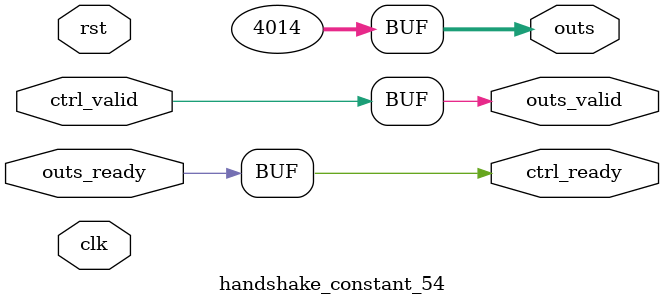
<source format=v>
`timescale 1ns / 1ps
module handshake_constant_54 #(
  parameter DATA_WIDTH = 32  // Default set to 32 bits
) (
  input                       clk,
  input                       rst,
  // Input Channel
  input                       ctrl_valid,
  output                      ctrl_ready,
  // Output Channel
  output [DATA_WIDTH - 1 : 0] outs,
  output                      outs_valid,
  input                       outs_ready
);
  assign outs       = 13'b0111110101110;
  assign outs_valid = ctrl_valid;
  assign ctrl_ready = outs_ready;

endmodule

</source>
